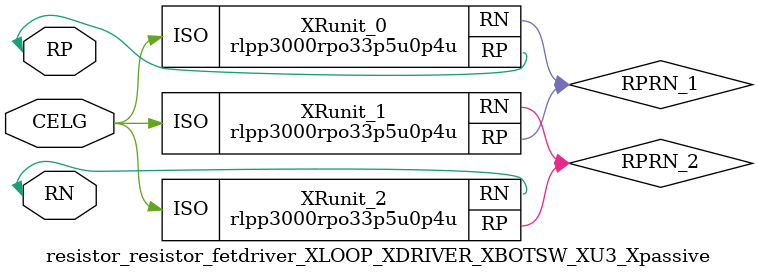
<source format=v>

module rlpp3000rpo33p5u0p4u (RP, RN, ISO);
inout RP;
inout RN;
input ISO;
endmodule

//Celera Confidential Do Not Copy resistor_resistor_fetdriver_XLOOP_XDRIVER_XBOTSW_XU3_Xpassive
//Celera Confidential Symbol Generator
//RESISTOR:1000.00KOhm TYPE:poly DFT:no
module resistor_resistor_fetdriver_XLOOP_XDRIVER_XBOTSW_XU3_Xpassive (RP,
CELG,
RN);
inout RP;
inout RN;
input CELG;

//Celera Confidential Do Not Copy Runit
rlpp3000rpo33p5u0p4u XRunit_0(
.RP (RP),
.RN (RPRN_1),
.ISO (CELG)
);
rlpp3000rpo33p5u0p4u XRunit_1(
.RP (RPRN_1),
.RN (RPRN_2),
.ISO (CELG)
);
rlpp3000rpo33p5u0p4u XRunit_2(
.RP (RPRN_2),
.RN (RN),
.ISO (CELG)
);

//Celera Confidential Do Not Copy //DieSize,rlpp3000rpo33p5u0p4u

//Die Size Calculator rlpp3000rpo33p5u0p4u
//,diesize,rlpp3000rpo33p5u0p4u,3

//Celera Confidential Do Not Copy Module End
//Celera Schematic Generator
endmodule

</source>
